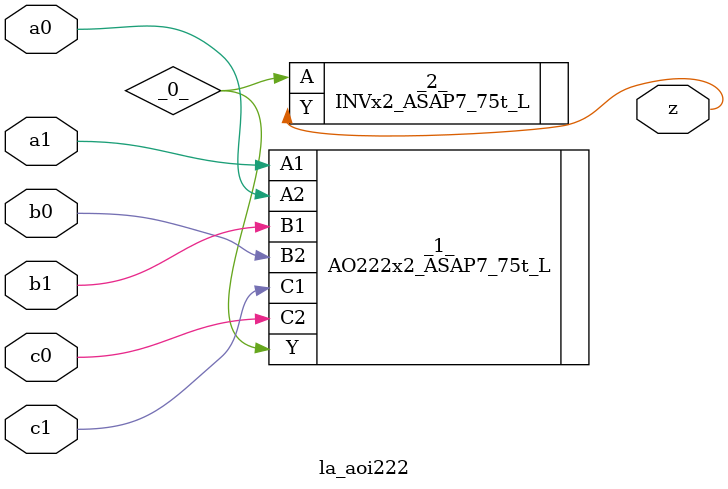
<source format=v>

/* Generated by Yosys 0.37 (git sha1 a5c7f69ed, clang 14.0.0-1ubuntu1.1 -fPIC -Os) */

module la_aoi222(a0, a1, b0, b1, c0, c1, z);
  wire _0_;
  input a0;
  wire a0;
  input a1;
  wire a1;
  input b0;
  wire b0;
  input b1;
  wire b1;
  input c0;
  wire c0;
  input c1;
  wire c1;
  output z;
  wire z;
  AO222x2_ASAP7_75t_L _1_ (
    .A1(a1),
    .A2(a0),
    .B1(b1),
    .B2(b0),
    .C1(c1),
    .C2(c0),
    .Y(_0_)
  );
  INVx2_ASAP7_75t_L _2_ (
    .A(_0_),
    .Y(z)
  );
endmodule

</source>
